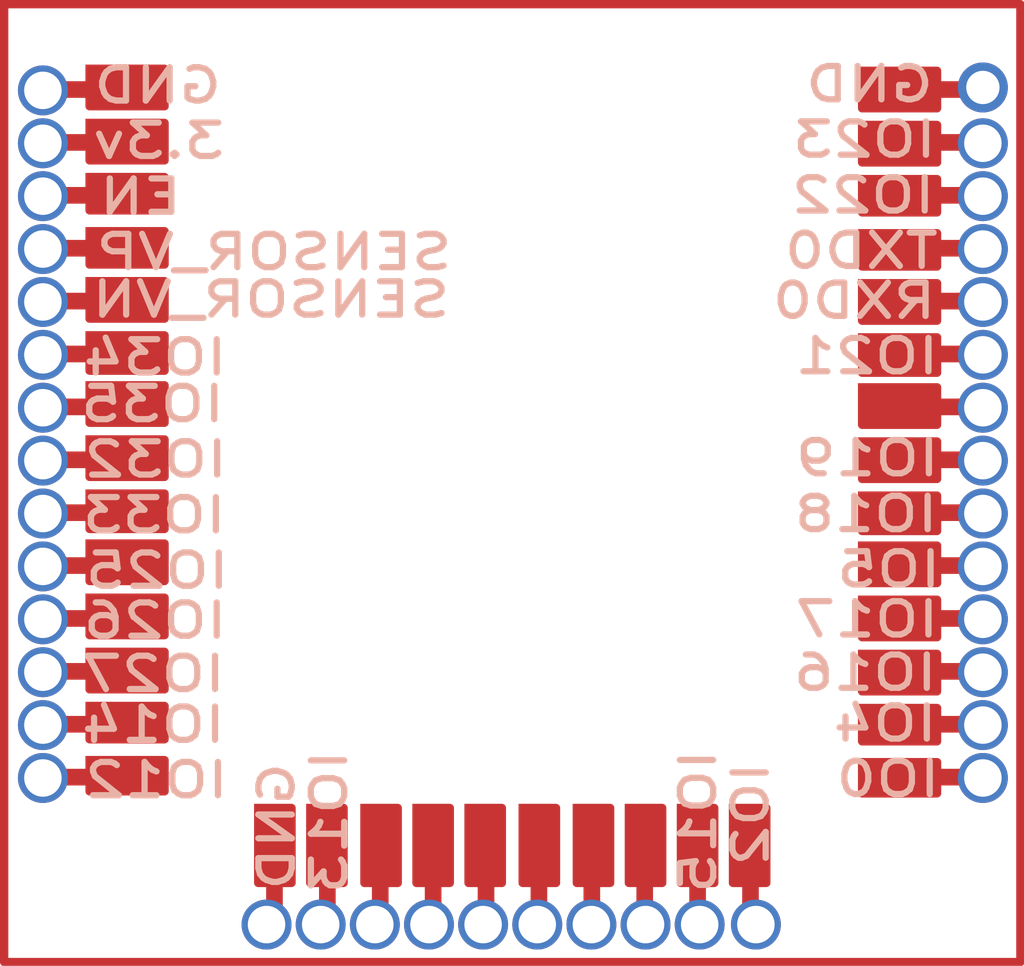
<source format=kicad_pcb>
(kicad_pcb (version 20221018) (generator pcbnew)

  (general
    (thickness 1.6)
  )

  (paper "A4")
  (layers
    (0 "F.Cu" signal)
    (31 "B.Cu" signal)
    (32 "B.Adhes" user "B.Adhesive")
    (33 "F.Adhes" user "F.Adhesive")
    (34 "B.Paste" user)
    (35 "F.Paste" user)
    (36 "B.SilkS" user "B.Silkscreen")
    (37 "F.SilkS" user "F.Silkscreen")
    (38 "B.Mask" user)
    (39 "F.Mask" user)
    (40 "Dwgs.User" user "User.Drawings")
    (41 "Cmts.User" user "User.Comments")
    (42 "Eco1.User" user "User.Eco1")
    (43 "Eco2.User" user "User.Eco2")
    (44 "Edge.Cuts" user)
    (45 "Margin" user)
    (46 "B.CrtYd" user "B.Courtyard")
    (47 "F.CrtYd" user "F.Courtyard")
    (48 "B.Fab" user)
    (49 "F.Fab" user)
    (50 "User.1" user)
    (51 "User.2" user)
    (52 "User.3" user)
    (53 "User.4" user)
    (54 "User.5" user)
    (55 "User.6" user)
    (56 "User.7" user)
    (57 "User.8" user)
    (58 "User.9" user)
  )

  (setup
    (pad_to_mask_clearance 0)
    (grid_origin 49.53 53.34)
    (pcbplotparams
      (layerselection 0x00010fc_ffffffff)
      (plot_on_all_layers_selection 0x0000000_00000000)
      (disableapertmacros false)
      (usegerberextensions false)
      (usegerberattributes true)
      (usegerberadvancedattributes true)
      (creategerberjobfile true)
      (dashed_line_dash_ratio 12.000000)
      (dashed_line_gap_ratio 3.000000)
      (svgprecision 4)
      (plotframeref false)
      (viasonmask false)
      (mode 1)
      (useauxorigin false)
      (hpglpennumber 1)
      (hpglpenspeed 20)
      (hpglpendiameter 15.000000)
      (dxfpolygonmode true)
      (dxfimperialunits true)
      (dxfusepcbnewfont true)
      (psnegative false)
      (psa4output false)
      (plotreference true)
      (plotvalue true)
      (plotinvisibletext false)
      (sketchpadsonfab false)
      (subtractmaskfromsilk false)
      (outputformat 1)
      (mirror false)
      (drillshape 1)
      (scaleselection 1)
      (outputdirectory "")
    )
  )

  (net 0 "")

  (gr_rect (start 50.651 59.151) (end 52.451 60.051)
    (stroke (width 0.2) (type solid)) (fill solid) (layer "F.Cu") (tstamp 110e8cc2-1745-4e46-bfd8-5424933b0665))
  (gr_rect (start 50.651 62.951) (end 52.451 63.851)
    (stroke (width 0.2) (type solid)) (fill solid) (layer "F.Cu") (tstamp 171c5fa8-8ccc-40c3-9410-7636c121f384))
  (gr_rect (start 59.75 69.3) (end 60.55 71.1)
    (stroke (width 0.2) (type solid)) (fill solid) (layer "F.Cu") (tstamp 1ba8b18a-9226-49fe-bd83-c571607171e7))
  (gr_rect (start 50.651 61.751) (end 52.451 62.601)
    (stroke (width 0.2) (type solid)) (fill solid) (layer "F.Cu") (tstamp 1d8e4930-2d44-4c70-b28c-9b95a96884d7))
  (gr_rect (start 69.2 65.6) (end 71 66.5)
    (stroke (width 0.2) (type solid)) (fill solid) (layer "F.Cu") (tstamp 1e26b9ac-b47e-4023-80dd-ae7b5cb763ca))
  (gr_rect (start 69.2 63) (end 71 63.9)
    (stroke (width 0.2) (type solid)) (fill solid) (layer "F.Cu") (tstamp 23d6452b-d4ec-4a90-b841-e0b095b5961f))
  (gr_rect (start 58.5 69.3) (end 59.3 71.1)
    (stroke (width 0.2) (type solid)) (fill solid) (layer "F.Cu") (tstamp 29bc9bf0-636f-4564-8613-9aa02fe32aec))
  (gr_rect (start 62.35 69.3) (end 63.15 71.1)
    (stroke (width 0.2) (type solid)) (fill solid) (layer "F.Cu") (tstamp 29c55820-c938-4f49-ac40-823b013b2c22))
  (gr_rect (start 69.2 68.2) (end 71 68.95)
    (stroke (width 0.2) (type solid)) (fill solid) (layer "F.Cu") (tstamp 3824b68c-6b2d-497a-a3e5-dacc298f0375))
  (gr_rect (start 48.6 50) (end 73 73)
    (stroke (width 0.2) (type default)) (fill none) (layer "F.Cu") (tstamp 469fe49a-051e-41b2-95a6-d622c0d7ed4b))
  (gr_rect (start 50.651 60.451) (end 52.451 61.351)
    (stroke (width 0.2) (type solid)) (fill solid) (layer "F.Cu") (tstamp 4a7e4769-4181-4c2c-8fea-911fe5c4aa82))
  (gr_rect (start 69.2 60.5) (end 71 61.4)
    (stroke (width 0.2) (type solid)) (fill solid) (layer "F.Cu") (tstamp 4d63d0d5-4ec9-4641-a556-a2b8615733e3))
  (gr_rect (start 50.651 52.851) (end 52.451 53.751)
    (stroke (width 0.2) (type solid)) (fill solid) (layer "F.Cu") (tstamp 4f0e1287-fda8-443d-bacd-70b8aa6cb3ba))
  (gr_rect (start 61.05 69.3) (end 61.85 71.1)
    (stroke (width 0.2) (type solid)) (fill solid) (layer "F.Cu") (tstamp 4f7f3271-94b9-49b6-b498-72d0534dd246))
  (gr_rect (start 64.85 69.3) (end 65.65 71.1)
    (stroke (width 0.2) (type solid)) (fill solid) (layer "F.Cu") (tstamp 51ca15db-2445-4c6b-93a2-75f0bc1a1d54))
  (gr_rect (start 57.25 69.3) (end 58.05 71.1)
    (stroke (width 0.2) (type solid)) (fill solid) (layer "F.Cu") (tstamp 560fe128-388d-4bf7-a3ce-fe65a98a1695))
  (gr_rect (start 69.2 56.7) (end 71 57.6)
    (stroke (width 0.2) (type solid)) (fill solid) (layer "F.Cu") (tstamp 5a60b9d2-0dd9-41af-8626-0a629f6c6c4f))
  (gr_rect (start 54.7 69.3) (end 55.5 71.1)
    (stroke (width 0.2) (type solid)) (fill solid) (layer "F.Cu") (tstamp 5d4bcd27-68c7-4cec-9112-1cc36ce8c8da))
  (gr_rect (start 50.651 51.551) (end 52.451 52.451)
    (stroke (width 0.2) (type solid)) (fill solid) (layer "F.Cu") (tstamp 5e484a0a-9f27-4e1a-938e-d1ccbfdc48d2))
  (gr_rect (start 69.2 64.3) (end 71 65.2)
    (stroke (width 0.2) (type solid)) (fill solid) (layer "F.Cu") (tstamp 7283b419-a31a-439b-8e59-7cc2dcd5fc8c))
  (gr_rect (start 69.2 58) (end 71 58.85)
    (stroke (width 0.2) (type solid)) (fill solid) (layer "F.Cu") (tstamp 7f7d75f5-3ae2-4a4c-8027-06290de4d21b))
  (gr_rect (start 69.2 54.2) (end 71 55)
    (stroke (width 0.2) (type solid)) (fill solid) (layer "F.Cu") (tstamp 8fdb1872-16fe-4574-9c0d-96af2e6e7ff4))
  (gr_rect (start 50.651 57.951) (end 52.451 58.801)
    (stroke (width 0.2) (type solid)) (fill solid) (layer "F.Cu") (tstamp a2c51697-0903-4b1d-bed1-f70408d405c7))
  (gr_rect (start 69.2 61.8) (end 71 62.65)
    (stroke (width 0.2) (type solid)) (fill solid) (layer "F.Cu") (tstamp a37ba420-3e1f-4f20-a3a2-876bd2061e97))
  (gr_rect (start 50.651 66.851) (end 52.451 67.651)
    (stroke (width 0.2) (type solid)) (fill solid) (layer "F.Cu") (tstamp a3ebea95-88b9-4e59-81f4-5827c9cca365))
  (gr_rect (start 50.651 65.551) (end 52.451 66.451)
    (stroke (width 0.2) (type solid)) (fill solid) (layer "F.Cu") (tstamp ac654f4f-ee5d-401b-b396-0eaec72dadb1))
  (gr_rect (start 69.2 51.6) (end 71 52.5)
    (stroke (width 0.2) (type solid)) (fill solid) (layer "F.Cu") (tstamp c0bff345-9222-419d-9efd-f0f2e1793dcd))
  (gr_rect (start 69.2 59.2) (end 71 60.1)
    (stroke (width 0.2) (type solid)) (fill solid) (layer "F.Cu") (tstamp c112f804-9b5a-4772-a0da-f58575db56dd))
  (gr_rect (start 69.2 55.5) (end 71 56.3)
    (stroke (width 0.2) (type solid)) (fill solid) (layer "F.Cu") (tstamp c29df768-4a3e-4127-8ab4-b490cb80248a))
  (gr_rect (start 63.6 69.3) (end 64.4 71.1)
    (stroke (width 0.2) (type solid)) (fill solid) (layer "F.Cu") (tstamp c543bead-d989-48cb-8553-5e5d2a36cae2))
  (gr_rect (start 55.95 69.3) (end 56.75 71.1)
    (stroke (width 0.2) (type solid)) (fill solid) (layer "F.Cu") (tstamp ca816be8-d38c-450b-ae19-ca3560e3ae70))
  (gr_rect (start 69.2 52.9) (end 71 53.8)
    (stroke (width 0.2) (type solid)) (fill solid) (layer "F.Cu") (tstamp ce5432a2-8f43-47c7-8f59-a6b585f81d15))
  (gr_rect (start 50.651 64.251) (end 52.451 65.151)
    (stroke (width 0.2) (type solid)) (fill solid) (layer "F.Cu") (tstamp d6d927fa-b275-4d61-8302-fe7ee3137159))
  (gr_rect (start 50.651 68.151) (end 52.451 68.901)
    (stroke (width 0.2) (type solid)) (fill solid) (layer "F.Cu") (tstamp d707fe65-423f-482f-9b3c-55cbe3a28bda))
  (gr_rect (start 66.1 69.3) (end 66.9 71.1)
    (stroke (width 0.2) (type solid)) (fill solid) (layer "F.Cu") (tstamp df1d9be0-8170-4645-b7d2-4ac7c7b6f374))
  (gr_rect (start 69.2 66.9) (end 71 67.7)
    (stroke (width 0.2) (type solid)) (fill solid) (layer "F.Cu") (tstamp df70bd37-fdcc-4cf4-b796-58ab3adf9171))
  (gr_rect (start 50.651 54.151) (end 52.451 54.951)
    (stroke (width 0.2) (type solid)) (fill solid) (layer "F.Cu") (tstamp e07f2e96-3c52-48fb-a836-f24e515e9e0a))
  (gr_rect (start 50.651 55.451) (end 52.451 56.251)
    (stroke (width 0.2) (type solid)) (fill solid) (layer "F.Cu") (tstamp f20e6b31-b876-4b03-8261-ef376aaf522f))
  (gr_rect (start 50.651 56.651) (end 52.451 57.551)
    (stroke (width 0.2) (type solid)) (fill solid) (layer "F.Cu") (tstamp f99b599f-8baa-445b-bfe3-3a1e3371d6cf))
  (gr_circle (center 62.72 72.11) (end 62.12 72.11)
    (stroke (width 0.15) (type solid)) (fill solid) (layer "B.Mask") (tstamp 02f75ef9-b781-4b1a-978f-69e8127cda7e))
  (gr_circle (center 56.22 72.11) (end 55.62 72.11)
    (stroke (width 0.15) (type solid)) (fill solid) (layer "B.Mask") (tstamp 0b2c1fe8-a049-455f-becd-4b62360a0b1c))
  (gr_circle (center 72.1 67.35) (end 71.5 67.35)
    (stroke (width 0.15) (type solid)) (fill solid) (layer "B.Mask") (tstamp 1ae03947-bcd5-449e-afb7-b9d2098ba8b2))
  (gr_circle (center 72.1 53.35) (end 71.5 53.35)
    (stroke (width 0.15) (type solid)) (fill solid) (layer "B.Mask") (tstamp 1b0c7e8b-6969-46c8-a50c-0743e451de56))
  (gr_circle (center 72.1 52) (end 71.5 52)
    (stroke (width 0.15) (type solid)) (fill solid) (layer "B.Mask") (tstamp 21efa89b-c930-4298-a01f-990a3a2333ba))
  (gr_circle (center 49.54 53.33) (end 48.94 53.33)
    (stroke (width 0.15) (type solid)) (fill solid) (layer "B.Mask") (tstamp 2645614a-ef5e-4208-a6f0-a30ce573a4a1))
  (gr_circle (center 49.54 63.53) (end 48.94 63.53)
    (stroke (width 0.15) (type solid)) (fill solid) (layer "B.Mask") (tstamp 2bff6566-0fe5-44de-b06b-f53ddac10d36))
  (gr_circle (center 49.54 67.33) (end 48.94 67.33)
    (stroke (width 0.15) (type solid)) (fill solid) (layer "B.Mask") (tstamp 33efbc29-3e2c-485d-a2c1-477f97aa39f3))
  (gr_circle (center 49.54 59.68) (end 48.94 59.68)
    (stroke (width 0.15) (type solid)) (fill solid) (layer "B.Mask") (tstamp 3f32e368-f910-4ddb-b0f7-7c9a478e0412))
  (gr_circle (center 65.32 72.11) (end 64.72 72.11)
    (stroke (width 0.15) (type solid)) (fill solid) (layer "B.Mask") (tstamp 51285799-ff1b-4734-8694-fc6e27539cba))
  (gr_circle (center 64.02 72.11) (end 63.42 72.11)
    (stroke (width 0.15) (type solid)) (fill solid) (layer "B.Mask") (tstamp 5309462b-37ec-4259-bdf1-d13b15d77355))
  (gr_circle (center 49.54 55.88) (end 48.94 55.88)
    (stroke (width 0.15) (type solid)) (fill solid) (layer "B.Mask") (tstamp 55ed8f49-98a5-45db-917b-7ded8e0214f1))
  (gr_circle (center 49.54 58.43) (end 48.94 58.43)
    (stroke (width 0.15) (type solid)) (fill solid) (layer "B.Mask") (tstamp 586d5759-d872-4ef8-a750-9d1b842b0e47))
  (gr_circle (center 72.1 62.25) (end 71.5 62.25)
    (stroke (width 0.15) (type solid)) (fill solid) (layer "B.Mask") (tstamp 5d35b441-a209-42fa-9727-d5c4249cfd41))
  (gr_circle (center 49.54 57.13) (end 48.94 57.13)
    (stroke (width 0.15) (type solid)) (fill solid) (layer "B.Mask") (tstamp 641f9d7d-75d5-4dc9-beb5-ed704673c78d))
  (gr_circle (center 49.54 64.78) (end 48.94 64.78)
    (stroke (width 0.15) (type solid)) (fill solid) (layer "B.Mask") (tstamp 6f0c9927-9c7b-4de3-9aad-af5fbea1af07))
  (gr_circle (center 49.54 66.03) (end 48.94 66.03)
    (stroke (width 0.15) (type solid)) (fill solid) (layer "B.Mask") (tstamp 72df4cdb-71cb-4977-9cd2-dc146648671a))
  (gr_circle (center 58.82 72.11) (end 58.22 72.11)
    (stroke (width 0.15) (type solid)) (fill solid) (layer "B.Mask") (tstamp 7325f240-67fa-4b0d-9418-28bd5666f341))
  (gr_circle (center 49.54 51.98) (end 48.94 51.98)
    (stroke (width 0.15) (type solid)) (fill solid) (layer "B.Mask") (tstamp 94dff913-f614-46ab-a1d4-fe8770c0b18c))
  (gr_circle (center 49.54 54.63) (end 48.94 54.63)
    (stroke (width 0.15) (type solid)) (fill solid) (layer "B.Mask") (tstamp 96ddf455-1ae7-443f-9c85-dd6cbad20d4a))
  (gr_circle (center 72.1 63.55) (end 71.5 63.55)
    (stroke (width 0.15) (type solid)) (fill solid) (layer "B.Mask") (tstamp a419602d-7639-4844-942b-41207d9536ed))
  (gr_circle (center 72.1 61) (end 71.5 61)
    (stroke (width 0.15) (type solid)) (fill solid) (layer "B.Mask") (tstamp a8d4680a-5ddf-4c8f-a477-67f18bcd94ea))
  (gr_circle (center 72.1 54.65) (end 71.5 54.65)
    (stroke (width 0.15) (type solid)) (fill solid) (layer "B.Mask") (tstamp aa5d3d45-bf79-448f-b820-2c4c6669a7a7))
  (gr_circle (center 49.54 62.23) (end 48.94 62.23)
    (stroke (width 0.15) (type solid)) (fill solid) (layer "B.Mask") (tstamp ae648b8b-8869-4ce5-9426-bdb112c388b4))
  (gr_circle (center 57.52 72.11) (end 56.92 72.11)
    (stroke (width 0.15) (type solid)) (fill solid) (layer "B.Mask") (tstamp b4b51839-c7e6-49eb-8c64-07a7cc80408b))
  (gr_circle (center 72.1 59.7) (end 71.5 59.7)
    (stroke (width 0.15) (type solid)) (fill solid) (layer "B.Mask") (tstamp b5ae30a6-7f13-4532-8e0b-3f9c291fc8de))
  (gr_circle (center 72.1 66.05) (end 71.5 66.05)
    (stroke (width 0.15) (type solid)) (fill solid) (layer "B.Mask") (tstamp b5b40deb-b457-47ec-af7c-bfa14eef1524))
  (gr_circle (center 61.42 72.11) (end 60.82 72.11)
    (stroke (width 0.15) (type solid)) (fill solid) (layer "B.Mask") (tstamp c1b6aee2-4cc5-40bb-a888-5b067902b679))
  (gr_circle (center 72.1 55.9) (end 71.5 55.9)
    (stroke (width 0.15) (type solid)) (fill solid) (layer "B.Mask") (tstamp cd1c03d3-a1dd-4438-a67d-0921327f6fae))
  (gr_circle (center 66.65 72.11) (end 66.05 72.11)
    (stroke (width 0.15) (type solid)) (fill solid) (layer "B.Mask") (tstamp cef5f7f4-a05b-4e9e-b9b2-2c8999067b8a))
  (gr_circle (center 49.54 68.58) (end 48.94 68.58)
    (stroke (width 0.15) (type solid)) (fill solid) (layer "B.Mask") (tstamp d548189d-8ef5-4ade-aae4-ae0d22176629))
  (gr_circle (center 72.1 57.15) (end 71.5 57.15)
    (stroke (width 0.15) (type solid)) (fill solid) (layer "B.Mask") (tstamp db5a0c36-fdfc-4b5a-b6ed-ea399af1e5f2))
  (gr_circle (center 72.1 58.45) (end 71.5 58.45)
    (stroke (width 0.15) (type solid)) (fill solid) (layer "B.Mask") (tstamp de5a5d1e-77d1-4517-a982-a10c56ad6e2a))
  (gr_circle (center 72.1 68.6) (end 71.5 68.6)
    (stroke (width 0.15) (type solid)) (fill solid) (layer "B.Mask") (tstamp e4f83571-d49f-4908-b6ed-522469ca795b))
  (gr_circle (center 72.1 64.8) (end 71.5 64.8)
    (stroke (width 0.15) (type solid)) (fill solid) (layer "B.Mask") (tstamp e88ccd36-74cf-452a-9c24-90bcc8ccd95d))
  (gr_circle (center 60.12 72.11) (end 59.52 72.11)
    (stroke (width 0.15) (type solid)) (fill solid) (layer "B.Mask") (tstamp ed209c41-4abc-4fca-8f48-5bb2f179bcaa))
  (gr_circle (center 54.9 72.11) (end 54.3 72.11)
    (stroke (width 0.15) (type solid)) (fill solid) (layer "B.Mask") (tstamp f339be7e-c7ec-4260-8b5c-cdc427aee7c2))
  (gr_circle (center 49.54 60.98) (end 48.94 60.98)
    (stroke (width 0.15) (type solid)) (fill solid) (layer "B.Mask") (tstamp f4da9181-d414-4f6c-9248-d66a8b54b391))
  (gr_rect (start 50.52 66.75) (end 51.62 67.7)
    (stroke (width 0.15) (type solid)) (fill solid) (layer "F.Mask") (tstamp 03d9eadc-183a-4de1-8575-1f9ac475fe8a))
  (gr_rect (start 70 59.19) (end 71.1 60.14)
    (stroke (width 0.15) (type solid)) (fill solid) (layer "F.Mask") (tstamp 0422f75c-f462-49c4-a4c0-10303a325c9b))
  (gr_circle (center 49.54 67.33) (end 50.14 67.33)
    (stroke (width 0.15) (type solid)) (fill solid) (layer "F.Mask") (tstamp 0aefa9d7-e333-4a1b-b4ee-9a8d0c15ab00))
  (gr_circle (center 49.54 54.63) (end 50.14 54.63)
    (stroke (width 0.15) (type solid)) (fill solid) (layer "F.Mask") (tstamp 0d744218-1dd2-4f44-85cf-12fb11b4f3c6))
  (gr_rect (start 70 64.28) (end 71.1 65.23)
    (stroke (width 0.15) (type solid)) (fill solid) (layer "F.Mask") (tstamp 0e31e026-7e3d-4af6-9648-2963e03cc459))
  (gr_circle (center 72.1 52) (end 72.7 52)
    (stroke (width 0.15) (type solid)) (fill solid) (layer "F.Mask") (tstamp 0ea4ed8c-f902-4c06-a721-77bcd3f633e6))
  (gr_circle (center 49.54 66.03) (end 50.14 66.03)
    (stroke (width 0.15) (type solid)) (fill solid) (layer "F.Mask") (tstamp 12ba6b63-f44b-4bb8-a9c0-49b731460534))
  (gr_circle (center 49.54 68.58) (end 50.14 68.58)
    (stroke (width 0.15) (type solid)) (fill solid) (layer "F.Mask") (tstamp 13052406-32d8-4285-ae4b-40624baef8e2))
  (gr_circle (center 72.1 58.45) (end 72.7 58.45)
    (stroke (width 0.15) (type solid)) (fill solid) (layer "F.Mask") (tstamp 146b49ac-f3bb-496d-b739-ea03ea67bd38))
  (gr_rect (start 50.52 68.02) (end 51.62 68.97)
    (stroke (width 0.15) (type solid)) (fill solid) (layer "F.Mask") (tstamp 1b8390db-5cb4-477d-931f-d51599230c2c))
  (gr_rect (start 50.52 64.2) (end 51.62 65.15)
    (stroke (width 0.15) (type solid)) (fill solid) (layer "F.Mask") (tstamp 1cdf0030-bc33-4995-a3ca-1e6b5257f94d))
  (gr_circle (center 72.1 57.15) (end 72.7 57.15)
    (stroke (width 0.15) (type solid)) (fill solid) (layer "F.Mask") (tstamp 1e3b6231-3062-4804-a479-c104016f6ec3))
  (gr_circle (center 72.1 68.6) (end 72.7 68.6)
    (stroke (width 0.15) (type solid)) (fill solid) (layer "F.Mask") (tstamp 28d93ecb-f7dc-4288-8560-5b2a89fad350))
  (gr_circle (center 72.1 59.7) (end 72.7 59.7)
    (stroke (width 0.15) (type solid)) (fill solid) (layer "F.Mask") (tstamp 28e7e7fb-3a27-47fa-956a-3be07593f44b))
  (gr_circle (center 49.54 60.98) (end 50.14 60.98)
    (stroke (width 0.15) (type solid)) (fill solid) (layer "F.Mask") (tstamp 2c0288c2-faa2-4cea-93ff-328dce9e9d88))
  (gr_circle (center 49.54 64.78) (end 50.14 64.78)
    (stroke (width 0.15) (type solid)) (fill solid) (layer "F.Mask") (tstamp 2db2f9a1-058c-4c95-8d0d-d5be36c381ac))
  (gr_circle (center 54.9 72.11) (end 55.5 72.11)
    (stroke (width 0.15) (type solid)) (fill solid) (layer "F.Mask") (tstamp 30a68d03-832d-40f7-b6c4-d5d171fc309b))
  (gr_circle (center 72.1 55.9) (end 72.7 55.9)
    (stroke (width 0.15) (type solid)) (fill solid) (layer "F.Mask") (tstamp 319c6f12-2357-4883-a5a0-7b97d2ebdaaa))
  (gr_circle (center 49.54 62.23) (end 50.14 62.23)
    (stroke (width 0.15) (type solid)) (fill solid) (layer "F.Mask") (tstamp 31daebaf-6913-49e9-b5b4-c67c3a7109cc))
  (gr_rect (start 50.52 56.59) (end 51.62 57.54)
    (stroke (width 0.15) (type solid)) (fill solid) (layer "F.Mask") (tstamp 32563f53-2626-418e-90a0-0e4417609c22))
  (gr_circle (center 72.1 66.05) (end 72.7 66.05)
    (stroke (width 0.15) (type solid)) (fill solid) (layer "F.Mask") (tstamp 34112780-5ad4-489b-8bcc-29c3304e0a8d))
  (gr_circle (center 72.1 62.25) (end 72.7 62.25)
    (stroke (width 0.15) (type solid)) (fill solid) (layer "F.Mask") (tstamp 34d20248-2f87-4bbf-9505-d31be91f284a))
  (gr_rect (start 50.52 52.8) (end 51.62 53.75)
    (stroke (width 0.15) (type solid)) (fill solid) (layer "F.Mask") (tstamp 358d0b6e-760f-4690-bced-6a733365deb9))
  (gr_circle (center 72.1 61) (end 72.7 61)
    (stroke (width 0.15) (type solid)) (fill solid) (layer "F.Mask") (tstamp 3a5f8731-916e-4f1b-8497-999834a70d23))
  (gr_rect (start 70 56.67) (end 71.1 57.62)
    (stroke (width 0.15) (type solid)) (fill solid) (layer "F.Mask") (tstamp 3c0e94ae-2ba7-4d20-8cd5-ef0d634ec25e))
  (gr_rect (start 70 51.58) (end 71.1 52.53)
    (stroke (width 0.15) (type solid)) (fill solid) (layer "F.Mask") (tstamp 405983f9-5c45-4da1-a937-21011b9029a6))
  (gr_rect (start 70 52.88) (end 71.1 53.83)
    (stroke (width 0.15) (type solid)) (fill solid) (layer "F.Mask") (tstamp 405b5d0e-7a87-487c-81de-009d18126ca5))
  (gr_rect (start 70 61.76) (end 71.1 62.71)
    (stroke (width 0.15) (type solid)) (fill solid) (layer "F.Mask") (tstamp 4497528a-12ea-408f-bb9f-53f23e5341f5))
  (gr_circle (center 72.1 61) (end 72.7 61)
    (stroke (width 0.15) (type solid)) (fill solid) (layer "F.Mask") (tstamp 4ac6a898-50d6-4120-90ab-b1f33a50b539))
  (gr_rect (start 57.2 70.1) (end 58.1 71.2)
    (stroke (width 0.15) (type solid)) (fill solid) (layer "F.Mask") (tstamp 53e7e7bd-942f-4e2e-b517-b610dacf7af3))
  (gr_rect (start 50.52 57.87) (end 51.62 58.82)
    (stroke (width 0.15) (type solid)) (fill solid) (layer "F.Mask") (tstamp 56e9f9df-2b51-4cae-b1f3-709f272cb55d))
  (gr_circle (center 66.7 72.11) (end 67.3 72.11)
    (stroke (width 0.15) (type solid)) (fill solid) (layer "F.Mask") (tstamp 5a57433b-3c90-4668-9116-aca01898c55f))
  (gr_rect (start 50.52 60.38) (end 51.62 61.33)
    (stroke (width 0.15) (type solid)) (fill solid) (layer "F.Mask") (tstamp 5d53aef3-3210-4332-b6a7-bc2b073e1faa))
  (gr_circle (center 72.1 63.55) (end 72.7 63.55)
    (stroke (width 0.15) (type solid)) (fill solid) (layer "F.Mask") (tstamp 5e848b0c-4e02-4b05-8295-4136f8dc6497))
  (gr_rect (start 59.7 70.1) (end 60.6 71.2)
    (stroke (width 0.15) (type solid)) (fill solid) (layer "F.Mask") (tstamp 62843113-6e9b-4f82-8aa1-8c3327eb1672))
  (gr_circle (center 56.2 72.11) (end 56.8 72.11)
    (stroke (width 0.15) (type solid)) (fill solid) (layer "F.Mask") (tstamp 63bab7eb-04a8-4a7d-bd02-0c42ee60a689))
  (gr_rect (start 50.52 65.5) (end 51.62 66.45)
    (stroke (width 0.15) (type solid)) (fill solid) (layer "F.Mask") (tstamp 658a716c-ca8a-4e3f-8aac-a7334387cc44))
  (gr_circle (center 49.54 51.98) (end 50.14 51.98)
    (stroke (width 0.15) (type solid)) (fill solid) (layer "F.Mask") (tstamp 74b02369-58c3-4676-9f5a-ccd7b3793402))
  (gr_circle (center 62.7 72.11) (end 63.3 72.11)
    (stroke (width 0.15) (type solid)) (fill solid) (layer "F.Mask") (tstamp 7695a3f0-1bac-45de-965f-4acc20788d75))
  (gr_circle (center 49.54 63.53) (end 50.14 63.53)
    (stroke (width 0.15) (type solid)) (fill solid) (layer "F.Mask") (tstamp 77026a15-89d5-4784-83fb-93dd52fbfe4e))
  (gr_rect (start 55.9 70.1) (end 56.8 71.2)
    (stroke (width 0.15) (type solid)) (fill solid) (layer "F.Mask") (tstamp 77d4b79e-2481-4259-8007-dd54780f1358))
  (gr_circle (center 72.1 53.35) (end 72.7 53.35)
    (stroke (width 0.15) (type solid)) (fill solid) (layer "F.Mask") (tstamp 7f7a326d-a27c-47e9-ae20-317a918fd413))
  (gr_rect (start 63.54 70.1) (end 64.44 71.2)
    (stroke (width 0.15) (type solid)) (fill solid) (layer "F.Mask") (tstamp 81659508-296b-4112-84e2-e106e4c63013))
  (gr_circle (center 72.1 64.8) (end 72.7 64.8)
    (stroke (width 0.15) (type solid)) (fill solid) (layer "F.Mask") (tstamp 8dc72e02-a203-43e6-a6b3-28715f7309a6))
  (gr_circle (center 72.1 59.7) (end 72.7 59.7)
    (stroke (width 0.15) (type solid)) (fill solid) (layer "F.Mask") (tstamp 8e16ad24-9ce5-4042-b6ab-b6ecf8ced1a7))
  (gr_circle (center 72.1 52) (end 72.7 52)
    (stroke (width 0.15) (type solid)) (fill solid) (layer "F.Mask") (tstamp 93a4f583-ee00-4b89-a421-98c683091006))
  (gr_rect (start 50.52 62.9) (end 51.62 63.85)
    (stroke (width 0.15) (type solid)) (fill solid) (layer "F.Mask") (tstamp 940ec75e-2ef0-421c-8dd0-f43925e58449))
  (gr_circle (center 72.1 66.05) (end 72.7 66.05)
    (stroke (width 0.15) (type solid)) (fill solid) (layer "F.Mask") (tstamp 972e007f-cc81-4fa7-bad7-62a6d11dc6b2))
  (gr_circle (center 61.4 72.11) (end 62 72.11)
    (stroke (width 0.15) (type solid)) (fill solid) (layer "F.Mask") (tstamp 9a02787a-24b5-4329-80eb-fc9a440e59e7))
  (gr_rect (start 61 70.1) (end 61.9 71.2)
    (stroke (width 0.15) (type solid)) (fill solid) (layer "F.Mask") (tstamp 9da266ac-6e07-4850-b9a2-8491f569ede0))
  (gr_rect (start 66.05 70.1) (end 66.95 71.2)
    (stroke (width 0.15) (type solid)) (fill solid) (layer "F.Mask") (tstamp a1c6eb5f-dbef-4e41-827d-5a99ea84177f))
  (gr_circle (center 72.1 67.35) (end 72.7 67.35)
    (stroke (width 0.15) (type solid)) (fill solid) (layer "F.Mask") (tstamp a28c344e-b190-45dd-bd88-e6903ab86971))
  (gr_circle (center 57.5 72.11) (end 58.1 72.11)
    (stroke (width 0.15) (type solid)) (fill solid) (layer "F.Mask") (tstamp a353070b-da51-4447-81c8-0abb038608c8))
  (gr_circle (center 72.1 53.35) (end 72.7 53.35)
    (stroke (width 0.15) (type solid)) (fill solid) (layer "F.Mask") (tstamp a37eff90-26b6-488d-b2d3-379ca563f42f))
  (gr_rect (start 70 57.95) (end 71.1 58.9)
    (stroke (width 0.15) (type solid)) (fill solid) (layer "F.Mask") (tstamp a54a821f-6221-4a88-93ba-cdb6a0249916))
  (gr_rect (start 70 68.1) (end 71.1 69.05)
    (stroke (width 0.15) (type solid)) (fill solid) (layer "F.Mask") (tstamp a5eda8d6-4ec5-4d8b-ae46-c3ed366812ba))
  (gr_rect (start 50.52 51.5) (end 51.62 52.45)
    (stroke (width 0.15) (type solid)) (fill solid) (layer "F.Mask") (tstamp a730fac0-daab-46d8-9e9b-7e89b93fee0f))
  (gr_circle (center 72.1 64.8) (end 72.7 64.8)
    (stroke (width 0.15) (type solid)) (fill solid) (layer "F.Mask") (tstamp a969032d-82d4-4971-934f-147bb8c8525c))
  (gr_rect (start 70 66.83) (end 71.1 67.78)
    (stroke (width 0.15) (type solid)) (fill solid) (layer "F.Mask") (tstamp ac25ef3b-6344-465d-b7f4-0ae60f19d364))
  (gr_circle (center 72.1 67.35) (end 72.7 67.35)
    (stroke (width 0.15) (type solid)) (fill solid) (layer "F.Mask") (tstamp ae6dcae2-e61d-4e42-9f46-e2de403a6f54))
  (gr_circle (center 72.1 54.65) (end 72.7 54.65)
    (stroke (width 0.15) (type solid)) (fill solid) (layer "F.Mask") (tstamp b2fa8d8c-08e7-46a9-861d-e40a5f053fb5))
  (gr_rect (start 70 60.46) (end 71.1 61.41)
    (stroke (width 0.15) (type solid)) (fill solid) (layer "F.Mask") (tstamp b49afaaa-a08a-491f-92d9-395d6d91c76e))
  (gr_circle (center 49.54 57.13) (end 50.14 57.13)
    (stroke (width 0.15) (type solid)) (fill solid) (layer "F.Mask") (tstamp b7f3d604-1b02-4ba8-a48b-544e3a9d31ac))
  (gr_circle (center 72.1 62.25) (end 72.7 62.25)
    (stroke (width 0.15) (type solid)) (fill solid) (layer "F.Mask") (tstamp b9944281-1282-48c6-957a-43d38341570f))
  (gr_circle (center 49.54 59.68) (end 50.14 59.68)
    (stroke (width 0.15) (type solid)) (fill solid) (layer "F.Mask") (tstamp ba255d6f-6443-4c19-a1a0-182a4accd948))
  (gr_rect (start 58.45 70.1) (end 59.35 71.2)
    (stroke (width 0.15) (type solid)) (fill solid) (layer "F.Mask") (tstamp badc2eb4-9712-42f4-82b0-dfcb5f996a08))
  (gr_rect (start 50.52 61.68) (end 51.62 62.63)
    (stroke (width 0.15) (type solid)) (fill solid) (layer "F.Mask") (tstamp bc07bf51-a494-4872-a290-a8501fca9e92))
  (gr_circle (center 72.1 55.9) (end 72.7 55.9)
    (stroke (width 0.15) (type solid)) (fill solid) (layer "F.Mask") (tstamp bf61a172-af70-4b05-a19d-fde6dc165146))
  (gr_rect (start 70 54.13) (end 71.1 55.08)
    (stroke (width 0.15) (type solid)) (fill solid) (layer "F.Mask") (tstamp c045d37c-9e85-4b5b-891c-1a06d2da189e))
  (gr_rect (start 70 65.58) (end 71.1 66.53)
    (stroke (width 0.15) (type solid)) (fill solid) (layer "F.Mask") (tstamp caba6c1a-0f97-4c40-9166-32ed6c1f95a9))
  (gr_rect (start 70 55.42) (end 71.1 56.37)
    (stroke (width 0.15) (type solid)) (fill solid) (layer "F.Mask") (tstamp cafb80bd-f38a-4639-b63c-d58be2cb75f7))
  (gr_rect (start 50.52 55.34) (end 51.62 56.29)
    (stroke (width 0.15) (type solid)) (fill solid) (layer "F.Mask") (tstamp ce4f934d-db75-4026-9cfc-a094231e266b))
  (gr_circle (center 49.54 58.43) (end 50.14 58.43)
    (stroke (width 0.15) (type solid)) (fill solid) (layer "F.Mask") (tstamp d70d5279-33bb-44ea-a5eb-a9bea739da80))
  (gr_circle (center 58.8 72.11) (end 59.4 72.11)
    (stroke (width 0.15) (type solid)) (fill solid) (layer "F.Mask") (tstamp d8cffc05-0ee7-43e9-b58e-e1384f3aff4c))
  (gr_circle (center 72.1 54.65) (end 72.7 54.65)
    (stroke (width 0.15) (type solid)) (fill solid) (layer "F.Mask") (tstamp d906bcc4-9772-44a1-a94e-e5057269a65f))
  (gr_rect (start 70 62.98) (end 71.1 63.93)
    (stroke (width 0.15) (type solid)) (fill solid) (layer "F.Mask") (tstamp df46e776-3985-4cf3-bdeb-d6157b860ee5))
  (gr_circle (center 72.1 58.45) (end 72.7 58.45)
    (stroke (width 0.15) (type solid)) (fill solid) (layer "F.Mask") (tstamp e0d7728d-288a-434e-93a2-3a58294cfc32))
  (gr_rect (start 50.52 59.11) (end 51.62 60.06)
    (stroke (width 0.15) (type solid)) (fill solid) (layer "F.Mask") (tstamp e15865f7-8c67-4789-bd68-a1a309318369))
  (gr_rect (start 54.65 70.1) (end 55.55 71.2)
    (stroke (width 0.15) (type solid)) (fill solid) (layer "F.Mask") (tstamp e21d221a-6da4-452f-8ee7-0e77adeb3cf9))
  (gr_circle (center 49.54 55.88) (end 50.14 55.88)
    (stroke (width 0.15) (type solid)) (fill solid) (layer "F.Mask") (tstamp e659e833-e214-410b-9f59-f4393d1d9356))
  (gr_circle (center 60.1 72.11) (end 60.7 72.11)
    (stroke (width 0.15) (type solid)) (fill solid) (layer "F.Mask") (tstamp e744e818-68ba-486b-a4cc-0177deb82062))
  (gr_circle (center 72.1 63.55) (end 72.7 63.55)
    (stroke (width 0.15) (type solid)) (fill solid) (layer "F.Mask") (tstamp e963f005-0bf6-42df-93a8-fb84ff53325f))
  (gr_circle (center 49.54 53.33) (end 50.14 53.33)
    (stroke (width 0.15) (type solid)) (fill solid) (layer "F.Mask") (tstamp ea096116-fb0d-4133-800a-b5320ab78532))
  (gr_circle (center 65.3 72.11) (end 65.9 72.11)
    (stroke (width 0.15) (type solid)) (fill solid) (layer "F.Mask") (tstamp ea9e6632-28e0-4253-ae49-b7e99dda5533))
  (gr_rect (start 62.29 70.1) (end 63.19 71.2)
    (stroke (width 0.15) (type solid)) (fill solid) (layer "F.Mask") (tstamp ee6e59f6-6c48-4703-a2fd-a9e3315147a9))
  (gr_circle (center 72.1 68.6) (end 72.7 68.6)
    (stroke (width 0.15) (type solid)) (fill solid) (layer "F.Mask") (tstamp ef1aef18-0fa9-4da6-85d4-62b2105b7403))
  (gr_circle (center 72.1 57.15) (end 72.7 57.15)
    (stroke (width 0.15) (type solid)) (fill solid) (layer "F.Mask") (tstamp f35b3c87-fe63-46bc-b1d7-a75424ea03be))
  (gr_rect (start 50.52 54.05) (end 51.62 55)
    (stroke (width 0.15) (type solid)) (fill solid) (layer "F.Mask") (tstamp f7d9d5b7-af83-4905-9150-9489659bce73))
  (gr_circle (center 64 72.11) (end 64.6 72.11)
    (stroke (width 0.15) (type solid)) (fill solid) (layer "F.Mask") (tstamp fbfd1093-650d-4d5f-bfde-2792eb919eb3))
  (gr_rect (start 64.8 70.1) (end 65.7 71.2)
    (stroke (width 0.15) (type solid)) (fill solid) (layer "F.Mask") (tstamp fca821f7-54eb-46fa-a363-389c39699f3f))
  (gr_text "SENSOR_VN" (at 59.39 57.56) (layer "B.SilkS") (tstamp 00117ed8-e1ec-49e5-888b-cffb31e7046c)
    (effects (font (size 0.8 1) (thickness 0.15)) (justify left bottom mirror))
  )
  (gr_text "IO12" (at 54.07 69.1) (layer "B.SilkS") (tstamp 01aea3cc-38ce-401f-96f0-d3e6358d5270)
    (effects (font (size 0.8 1) (thickness 0.15)) (justify left bottom mirror))
  )
  (gr_text "IO4" (at 71.09 67.74) (layer "B.SilkS") (tstamp 0d055f4b-b4b2-4fdb-8195-89723d041983)
    (effects (font (size 0.8 1) (thickness 0.15)) (justify left bottom mirror))
  )
  (gr_text "RXD0" (at 71.06 57.59) (layer "B.SilkS") (tstamp 10130924-893b-4c42-818f-eec3a20eecf1)
    (effects (font (size 0.8 1) (thickness 0.15)) (justify left bottom mirror))
  )
  (gr_text "IO26" (at 54.04 65.27) (layer "B.SilkS") (tstamp 2011a91d-93ce-4f7c-9d22-26f7c32dd8ab)
    (effects (font (size 0.8 1) (thickness 0.15)) (justify left bottom mirror))
  )
  (gr_text "IO27" (at 54 66.55) (layer "B.SilkS") (tstamp 37574327-814d-4d19-a8f3-62ca2dfea9c1)
    (effects (font (size 0.8 1) (thickness 0.15)) (justify left bottom mirror))
  )
  (gr_text "IO15" (at 65.73 67.81 90) (layer "B.SilkS") (tstamp 38d958d7-9dea-4700-b940-fbd155533a22)
    (effects (font (size 0.8 1) (thickness 0.15)) (justify left bottom mirror))
  )
  (gr_text "3.3v" (at 53.98 53.75) (layer "B.SilkS") (tstamp 504c9173-4ca7-44d0-a7dd-a6489803c380)
    (effects (font (size 0.8 1) (thickness 0.15)) (justify left bottom mirror))
  )
  (gr_text "EN" (at 52.95 55.09) (layer "B.SilkS") (tstamp 53585ff4-c070-4b10-b5db-19d8dd01329a)
    (effects (font (size 0.8 1) (thickness 0.15)) (justify left bottom mirror))
  )
  (gr_text "IO14" (at 54 67.77) (layer "B.SilkS") (tstamp 57f80d2c-bb68-404e-b22d-5b0509a4d371)
    (effects (font (size 0.8 1) (thickness 0.15)) (justify left bottom mirror))
  )
  (gr_text "IO5" (at 71.18 64.04) (layer "B.SilkS") (tstamp 5c06ec8b-2791-4b9a-93f4-e48458bca440)
    (effects (font (size 0.8 1) (thickness 0.15)) (justify left bottom mirror))
  )
  (gr_text "SENSOR_VP" (at 59.44 56.42) (layer "B.SilkS") (tstamp 5fd6c303-c1d8-4229-aeac-edc5d6240992)
    (effects (font (size 0.8 1) (thickness 0.15)) (justify left bottom mirror))
  )
  (gr_text "IO25" (at 54.09 64.07) (layer "B.SilkS") (tstamp 69bbdafc-dde9-4385-bfdc-4044f8dc54c2)
    (effects (font (size 0.8 1) (thickness 0.15)) (justify left bottom mirror))
  )
  (gr_text "IO17" (at 71.13 65.24) (layer "B.SilkS") (tstamp 729f6b84-a537-4576-8215-55e61160f12d)
    (effects (font (size 0.8 1) (thickness 0.15)) (justify left bottom mirror))
  )
  (gr_text "IO0" (at 71.16 69.07) (layer "B.SilkS") (tstamp 791c7fbb-845c-421a-8970-33b0c6ab7f5a)
    (effects (font (size 0.8 1) (thickness 0.15)) (justify left bottom mirror))
  )
  (gr_text "IO21" (at 71.13 58.92) (layer "B.SilkS") (tstamp 79232309-1568-4c10-a544-88b32ab21a93)
    (effects (font (size 0.8 1) (thickness 0.15)) (justify left bottom mirror))
  )
  (gr_text "IO16" (at 71.09 66.52) (layer "B.SilkS") (tstamp b05ad6a7-c075-4e84-98e7-cca3fa811240)
    (effects (font (size 0.8 1) (thickness 0.15)) (justify left bottom mirror))
  )
  (gr_text "IO22" (at 71.04 55.06) (layer "B.SilkS") (tstamp b15b4dc4-8d14-4dd7-a399-7ac87b0f5c8d)
    (effects (font (size 0.8 1) (thickness 0.15)) (justify left bottom mirror))
  )
  (gr_text "GND" (at 55.61 68.12 90) (layer "B.SilkS") (tstamp b1aaa4ea-db89-42fd-bc05-674136a80a74)
    (effects (font (size 0.8 1) (thickness 0.15)) (justify left bottom mirror))
  )
  (gr_text "TXD0" (at 71.11 56.39) (layer "B.SilkS") (tstamp b38dd54d-a585-46c8-b0be-3ee39a5bba74)
    (effects (font (size 0.8 1) (thickness 0.15)) (justify left bottom mirror))
  )
  (gr_text "GND" (at 71 52.39) (layer "B.SilkS") (tstamp bc72fa65-5a22-47ad-83b0-bf230cf701d8)
    (effects (font (size 0.8 1) (thickness 0.15)) (justify left bottom mirror))
  )
  (gr_text "IO2" (at 66.99 68.11 90) (layer "B.SilkS") (tstamp be0c6204-f179-4d6e-9bd5-79dedb0ab8e7)
    (effects (font (size 0.8 1) (thickness 0.15)) (justify left bottom mirror))
  )
  (gr_text "IO32" (at 54.05 61.4) (layer "B.SilkS") (tstamp bfa4ad81-1553-4714-83b7-782d73af197b)
    (effects (font (size 0.8 1) (thickness 0.15)) (justify left bottom mirror))
  )
  (gr_text "IO33" (at 54.02 62.74) (layer "B.SilkS") (tstamp c054e47a-b836-40d0-b701-fa760c1cf2df)
    (effects (font (size 0.8 1) (thickness 0.15)) (justify left bottom mirror))
  )
  (gr_text "IO34" (at 54.04 58.95) (layer "B.SilkS") (tstamp cc61deb2-2926-42ee-82dc-3a3318dd95cb)
    (effects (font (size 0.8 1) (thickness 0.15)) (justify left bottom mirror))
  )
  (gr_text "IO35" (at 53.98 60.07) (layer "B.SilkS") (tstamp dc2b0a1b-ed44-49e1-8319-f277c1dd7005)
    (effects (font (size 0.8 1) (thickness 0.15)) (justify left bottom mirror))
  )
  (gr_text "IO23" (at 71.07 53.72) (layer "B.SilkS") (tstamp e099ec32-48fa-4bea-8d73-ea2ec670022c)
    (effects (font (size 0.8 1) (thickness 0.15)) (justify left bottom mirror))
  )
  (gr_text "IO19" (at 71.14 61.37) (layer "B.SilkS") (tstamp e850d264-f3e0-43d7-8171-ced28761bd36)
    (effects (font (size 0.8 1) (thickness 0.15)) (justify left bottom mirror))
  )
  (gr_text "GND" (at 53.91 52.42) (layer "B.SilkS") (tstamp ea4e8f6d-e083-447e-bead-4ecd89ebf4dd)
    (effects (font (size 0.8 1) (thickness 0.15)) (justify left bottom mirror))
  )
  (gr_text "IO13" (at 56.87 67.82 90) (layer "B.SilkS") (tstamp ecaabaa8-5ae3-4708-ad2f-faada8a5fd1a)
    (effects (font (size 0.8 1) (thickness 0.15)) (justify left bottom mirror))
  )
  (gr_text "IO18" (at 71.11 62.71) (layer "B.SilkS") (tstamp ed597b0a-1edc-4e30-8e87-8d99671a6ffd)
    (effects (font (size 0.8 1) (thickness 0.15)) (justify left bottom mirror))
  )

  (segment (start 49.55 59.67) (end 49.53 59.69) (width 0.25) (layer "F.Cu") (net 0) (tstamp 0617e1d4-327b-450c-bfb5-381bf13eeef0))
  (segment (start 69.55 57.13) (end 71.98 57.13) (width 0.4) (layer "F.Cu") (net 0) (tstamp 068c1cf6-a566-4bc8-96ce-b52665a307fd))
  (segment (start 66.52 69.81) (end 66.52 71.97) (width 0.4) (layer "F.Cu") (net 0) (tstamp 06efa1eb-5c5f-408e-8b04-b7cad28abfb6))
  (segment (start 52.05 60.94) (end 49.55 60.94) (width 0.4) (layer "F.Cu") (net 0) (tstamp 07517c03-337f-4237-898f-e353e4fc1ba1))
  (segment (start 71.98 59.67) (end 72 59.69) (width 0.25) (layer "F.Cu") (net 0) (tstamp 0b1ad970-817b-44f8-a270-510736ecf84c))
  (segment (start 71.98 68.56) (end 72 68.58) (width 0.25) (layer "F.Cu") (net 0) (tstamp 0c02b36c-5082-434a-b88c-7203c47e785f))
  (segment (start 52.05 57.13) (end 49.55 57.13) (width 0.4) (layer "F.Cu") (net 0) (tstamp 114a6de8-aab8-4b96-94e7-e7ad1bd4083d))
  (segment (start 52.05 63.48) (end 49.55 63.48) (width 0.4) (layer "F.Cu") (net 0) (tstamp 17e710da-0b02-4693-84a4-6dea0ceaac72))
  (segment (start 69.55 55.86) (end 71.98 55.86) (width 0.4) (layer "F.Cu") (net 0) (tstamp 1865630c-0845-460e-96e3-20b8445f4bd6))
  (segment (start 69.55 67.29) (end 71.98 67.29) (width 0.4) (layer "F.Cu") (net 0) (tstamp 1c7a8372-4065-4228-8165-cff48647ae90))
  (segment (start 49.55 57.13) (end 49.53 57.15) (width 0.25) (layer "F.Cu") (net 0) (tstamp 251535c2-dd72-4d9e-8e3e-9e9392bdb371))
  (segment (start 65.25 71.95) (end 65.2 72) (width 0.25) (layer "F.Cu") (net 0) (tstamp 254e927f-e681-4cab-86f7-533995e53690))
  (segment (start 49.55 52.05) (end 49.53 52.07) (width 0.25) (layer "F.Cu") (net 0) (tstamp 29db0405-759b-4dc3-abb1-61e0960a5d88))
  (segment (start 52.05 58.4) (end 49.55 58.4) (width 0.4) (layer "F.Cu") (net 0) (tstamp 2e55ea30-bdc7-45f0-85da-10092afc8f5b))
  (segment (start 69.55 59.67) (end 71.98 59.67) (width 0.4) (layer "F.Cu") (net 0) (tstamp 2f1d9069-906a-4dd1-96f5-e2e63248a65c))
  (segment (start 66.52 71.97) (end 66.55 72) (width 0.25) (layer "F.Cu") (net 0) (tstamp 302b485a-6efa-4334-8759-58d23eb4f639))
  (segment (start 71.98 60.94) (end 72 60.96) (width 0.25) (layer "F.Cu") (net 0) (tstamp 303ca779-f378-43e7-ae0d-9c6165dba68b))
  (segment (start 69.55 60.94) (end 71.98 60.94) (width 0.4) (layer "F.Cu") (net 0) (tstamp 3243f1f8-1973-44ac-aa57-2dca18f1c010))
  (segment (start 69.55 63.48) (end 71.98 63.48) (width 0.4) (layer "F.Cu") (net 0) (tstamp 327177db-478d-4c07-85e5-bad436b1123b))
  (segment (start 52.05 52.05) (end 49.55 52.05) (width 0.4) (layer "F.Cu") (net 0) (tstamp 38fcb034-15d4-48b2-966f-0b385076855d))
  (segment (start 52.05 53.32) (end 49.55 53.32) (width 0.4) (layer "F.Cu") (net 0) (tstamp 3c424b1f-3f29-4ca2-a3d4-d5b230eb441b))
  (segment (start 71.98 63.48) (end 72 63.5) (width 0.25) (layer "F.Cu") (net 0) (tstamp 3ce2525e-9650-4bef-863d-2b4ecd7f22a4))
  (segment (start 69.55 54.59) (end 71.98 54.59) (width 0.4) (layer "F.Cu") (net 0) (tstamp 41f3cd48-edad-44a9-8772-8ea3dee0fc3e))
  (segment (start 52.05 54.59) (end 49.55 54.59) (width 0.4) (layer "F.Cu") (net 0) (tstamp 422fb960-61f3-457e-a4f8-fc06cd733356))
  (segment (start 52.05 68.56) (end 49.55 68.56) (width 0.4) (layer "F.Cu") (net 0) (tstamp 44454273-3613-41d7-b956-4e40d317435d))
  (segment (start 52.05 66.02) (end 49.55 66.02) (width 0.4) (layer "F.Cu") (net 0) (tstamp 4bcea21b-5c18-423a-8d8f-b7b12a56b7c1))
  (segment (start 69.55 68.56) (end 71.98 68.56) (width 0.4) (layer "F.Cu") (net 0) (tstamp 4d54ccd9-ca5b-4104-831b-7d44cb50e2c9))
  (segment (start 58.9 69.81) (end 58.9 71.8) (width 0.4) (layer "F.Cu") (net 0) (tstamp 4e42272b-26c8-47fe-8190-fc68da333eb8))
  (segment (start 71.98 55.86) (end 72 55.88) (width 0.25) (layer "F.Cu") (net 0) (tstamp 5523590f-d2f0-4f6f-8c14-a76fab689143))
  (segment (start 49.55 62.21) (end 49.53 62.23) (width 0.25) (layer "F.Cu") (net 0) (tstamp 57aa2403-0e6f-476e-b63a-f32bbae561df))
  (segment (start 49.55 55.86) (end 49.53 55.88) (width 0.25) (layer "F.Cu") (net 0) (tstamp 5892d1ac-5cdc-43f2-a33a-7f7ad353367d))
  (segment (start 71.98 62.21) (end 72 62.23) (width 0.25) (layer "F.Cu") (net 0) (tstamp 61921503-e5e6-4f1c-9cbd-7232df24f42e))
  (segment (start 55.09 71.81) (end 54.9 72) (width 0.25) (layer "F.Cu") (net 0) (tstamp 66e8fb44-248c-4eb6-ad34-c6bff00cbaa3))
  (segment (start 71.98 64.75) (end 72 64.77) (width 0.25) (layer "F.Cu") (net 0) (tstamp 6cef65b4-cdaa-4e4f-8640-47d5808bc13b))
  (segment (start 69.55 62.21) (end 71.98 62.21) (width 0.4) (layer "F.Cu") (net 0) (tstamp 6e5a8074-8bc3-4f50-9ae1-f5e56bcdd87c))
  (segment (start 60.17 69.81) (end 60.17 71.83) (width 0.4) (layer "F.Cu") (net 0) (tstamp 74a1e2ca-ce21-481c-9469-8231d37bc26d))
  (segment (start 63.98 69.81) (end 63.98 71.92) (width 0.4) (layer "F.Cu") (net 0) (tstamp 77e80bd2-0de2-42ab-86ea-1ddc39a1e24d))
  (segment (start 52.05 55.86) (end 49.55 55.86) (width 0.4) (layer "F.Cu") (net 0) (tstamp 792ff05e-fbdc-4b9e-a9f7-72ab093a9817))
  (segment (start 56.36 71.84) (end 56.2 72) (width 0.25) (layer "F.Cu") (net 0) (tstamp 79eba7e1-8f48-4282-922e-57078bb88ca2))
  (segment (start 71.98 67.29) (end 72 67.31) (width 0.25) (layer "F.Cu") (net 0) (tstamp 7ba79f47-d8f6-42fb-a633-d9ed22e6e868))
  (segment (start 63.98 71.92) (end 63.9 72) (width 0.25) (layer "F.Cu") (net 0) (tstamp 7f49a602-64f9-46a4-8b18-1c5701aab5ea))
  (segment (start 61.44 71.86) (end 61.3 72) (width 0.25) (layer "F.Cu") (net 0) (tstamp 811ceb95-ed88-4aa3-a02e-ba9707c92af1))
  (segment (start 49.55 54.59) (end 49.53 54.61) (width 0.25) (layer "F.Cu") (net 0) (tstamp 84f44b95-0b3a-48c9-981e-c891a2cfb23b))
  (segment (start 71.98 52.05) (end 72 52.07) (width 0.25) (layer "F.Cu") (net 0) (tstamp 8752c52a-f409-4a38-bcf7-730dab55e4c2))
  (segment (start 49.55 64.75) (end 49.53 64.77) (width 0.25) (layer "F.Cu") (net 0) (tstamp 878f7882-6a9f-40d2-b207-93e14ff2d3a2))
  (segment (start 71.98 66.02) (end 72 66.04) (width 0.25) (layer "F.Cu") (net 0) (tstamp 8edefd5e-6fca-436c-909b-bdfdeb3b41da))
  (segment (start 69.55 52.05) (end 71.98 52.05) (width 0.4) (layer "F.Cu") (net 0) (tstamp 98be108e-7950-4f56-8dce-4c21189a0b31))
  (segment (start 52.05 62.21) (end 49.55 62.21) (width 0.4) (layer "F.Cu") (net 0) (tstamp 99fc67f0-39b1-49b5-98ac-488f890d3576))
  (segment (start 49.55 68.56) (end 49.53 68.58) (width 0.25) (layer "F.Cu") (net 0) (tstamp a404d7b3-daba-4101-b1d8-2566e47c6229))
  (segment (start 61.44 69.81) (end 61.44 71.86) (width 0.4) (layer "F.Cu") (net 0) (tstamp a471994d-41a3-4927-8ae1-7fbc2537e2fd))
  (segment (start 71.98 53.32) (end 72 53.34) (width 0.25) (layer "F.Cu") (net 0) (tstamp a5c5446b-1b16-443d-9673-fa0f72d77771))
  (segment (start 71.98 54.59) (end 72 54.61) (width 0.25) (layer "F.Cu") (net 0) (tstamp a68a2cb8-1b14-4d08-932f-3d55f0d31df4))
  (segment (start 69.55 64.75) (end 71.98 64.75) (width 0.4) (layer "F.Cu") (net 0) (tstamp a691910b-ed1b-48ad-ab8e-a41936a763c1))
  (segment (start 49.55 63.48) (end 49.53 63.5) (width 0.25) (layer "F.Cu") (net 0) (tstamp aa32b7e8-aceb-48b3-92a1-0efd1719e465))
  (segment (start 49.55 58.4) (end 49.53 58.42) (width 0.25) (layer "F.Cu") (net 0) (tstamp ac9782e4-cacc-493e-a2ef-1201b12bc426))
  (segment (start 49.55 53.32) (end 49.53 53.34) (width 0.25) (layer "F.Cu") (net 0) (tstamp ad9f9ef4-ea4a-4da5-8127-1d674963f51c))
  (segment (start 57.63 71.87) (end 57.5 72) (width 0.25) (layer "F.Cu") (net 0) (tstamp b63a7a11-585d-4a01-b822-4291a9097348))
  (segment (start 60.17 71.83) (end 60 72) (width 0.25) (layer "F.Cu") (net 0) (tstamp b8646bd7-6e31-481b-9a6c-bb2cd4b621ba))
  (segment (start 69.55 58.4) (end 71.98 58.4) (width 0.4) (layer "F.Cu") (net 0) (tstamp c1ea0804-da4e-4482-b3a2-b4fd94fa5cdd))
  (segment (start 49.55 66.02) (end 49.53 66.04) (width 0.25) (layer "F.Cu") (net 0) (tstamp c25520a2-0059-4453-b185-bb1b0b0903be))
  (segment (start 69.55 66.02) (end 71.98 66.02) (width 0.4) (layer "F.Cu") (net 0) (tstamp c405723b-caa4-4cec-9a88-a1df8daae95f))
  (segment (start 52.05 67.29) (end 49.55 67.29) (width 0.4) (layer "F.Cu") (net 0) (tstamp c49c350b-4c58-4b01-a58e-9623bb9c4eb1))
  (segment (start 69.55 53.32) (end 71.98 53.32) (width 0.4) (layer "F.Cu") (net 0) (tstamp c64ddd7e-4f1e-4099-9129-60cd75d9c20b))
  (segment (start 49.55 60.94) (end 49.53 60.96) (width 0.25) (layer "F.Cu") (net 0) (tstamp c7dc410c-66ea-4ed8-b92a-438855256fea))
  (segment (start 65.25 69.81) (end 65.25 71.95) (width 0.4) (layer "F.Cu") (net 0) (tstamp cdc16306-4da0-4bdc-96bd-a49c2e8da3a3))
  (segment (start 71.98 57.13) (end 72 57.15) (width 0.25) (layer "F.Cu") (net 0) (tstamp ce3e5ab5-3b2b-4dda-a852-c202835804f6))
  (segment (start 59 71.8) (end 58.8 72) (width 0.25) (layer "F.Cu") (net 0) (tstamp d0e2a84f-c23f-4172-8c31-ea335d40a01d))
  (segment (start 56.36 69.81) (end 56.36 71.84) (width 0.4) (layer "F.Cu") (net 0) (tstamp d0f5b49b-9d15-41a2-be39-e61ae0a07109))
  (segment (start 62.71 69.81) (end 62.71 71.89) (width 0.4) (layer "F.Cu") (net 0) (tstamp d4f7bb06-c433-44f9-88e9-ddfe0c6fbc60))
  (segment (start 57.63 69.81) (end 57.63 71.87) (width 0.4) (layer "F.Cu") (net 0) (tstamp d80f422e-3205-41a4-a002-9faf618c7ebd))
  (segment (start 55.09 69.81) (end 55.09 71.81) (width 0.4) (layer "F.Cu") (net 0) (tstamp df2ac0c0-93b1-4002-afc8-ac513f1c2454))
  (segment (start 62.71 71.89) (end 62.6 72) (width 0.25) (layer "F.Cu") (net 0) (tstamp e30fc9a8-0c1b-4877-a411-11b9c3118818))
  (segment (start 71.98 58.4) (end 72 58.42) (width 0.25) (layer "F.Cu") (net 0) (tstamp ef566646-aa4b-4044-879d-c08cdaa70da6))
  (segment (start 49.55 67.29) (end 49.53 67.31) (width 0.25) (layer "F.Cu") (net 0) (tstamp f57cc82d-57fc-4335-a4c0-8546edb0d391))
  (segment (start 52.05 59.67) (end 49.55 59.67) (width 0.4) (layer "F.Cu") (net 0) (tstamp f5c12728-a9ac-4dfc-bd00-fb3245e8c315))
  (segment (start 52.05 64.75) (end 49.55 64.75) (width 0.4) (layer "F.Cu") (net 0) (tstamp f9a3830c-dd0a-472c-acde-4713081e1c10))
  (via (at 49.53 52.07) (size 1.2) (drill 0.9) (layers "F.Cu" "B.Cu") (net 0) (tstamp 0048538a-0d0d-4a63-acd9-6c197fba8f59))
  (via (at 49.53 60.96) (size 1.2) (drill 0.9) (layers "F.Cu" "B.Cu") (net 0) (tstamp 01592091-4407-4168-b46f-f44e68a61fbd))
  (via (at 64 72.1) (size 1.2) (drill 0.9) (layers "F.Cu" "B.Cu") (net 0) (tstamp 03ec6cb7-b354-4555-aa31-fb940b752a2c))
  (via (at 72.1 68.58) (size 1.2) (drill 0.9) (layers "F.Cu" "B.Cu") (net 0) (tstamp 0a49a855-31b4-41d2-82f8-59169560bd89))
  (via (at 72.1 62.23) (size 1.2) (drill 0.9) (layers "F.Cu" "B.Cu") (net 0) (tstamp 1581192a-02aa-409e-9a2f-a2fe8274b91f))
  (via (at 49.53 54.61) (size 1.2) (drill 0.9) (layers "F.Cu" "B.Cu") (net 0) (tstamp 192fdcab-a2b5-431c-95f0-a8e05e4c9587))
  (via (at 49.53 63.5) (size 1.2) (drill 0.9) (layers "F.Cu" "B.Cu") (net 0) (tstamp 1f756cf5-b09e-45ca-b227-f2b4ce9c9472))
  (via (at 49.53 64.77) (size 1.2) (drill 0.9) (layers "F.Cu" "B.Cu") (net 0) (tstamp 27074e93-e82f-446b-b7cf-c98cc61f5716))
  (via (at 56.2 72.1) (size 1.2) (drill 0.9) (layers "F.Cu" "B.Cu") (net 0) (tstamp 2cc64f5c-a172-4be8-856f-4f34bc01ab3b))
  (via (at 72.1 66.04) (size 1.2) (drill 0.9) (layers "F.Cu" "B.Cu") (net 0) (tstamp 2e143686-4d52-4d9d-90a6-356fbaca6e4b))
  (via (at 72.1 57.15) (size 1.2) (drill 0.9) (layers "F.Cu" "B.Cu") (net 0) (tstamp 416f641c-e73a-4a73-9c3b-c2a249e9d952))
  (via (at 72.1 58.42) (size 1.2) (drill 0.9) (layers "F.Cu" "B.Cu") (net 0) (tstamp 47621e0f-142c-438f-b555-3469585b2cd6))
  (via (at 60.1 72.1) (size 1.2) (drill 0.9) (layers "F.Cu" "B.Cu") (net 0) (tstamp 4bc13b9c-d791-4409-a384-9501e28bb371))
  (via (at 72.1 67.31) (size 1.2) (drill 0.9) (layers "F.Cu" "B.Cu") (net 0) (tstamp 4fd634da-c014-4972-8ad8-c76d8de6c4dc))
  (via (at 49.53 58.42) (size 1.2) (drill 0.9) (layers "F.Cu" "B.Cu") (net 0) (tstamp 505b2faa-2c90-468b-9550-05f2404ef922))
  (via (at 65.3 72.1) (size 1.2) (drill 0.9) (layers "F.Cu" "B.Cu") (net 0) (tstamp 5147e038-ac80-4eb9-a882-e48d73c2c5e4))
  (via (at 49.53 66.04) (size 1.2) (drill 0.9) (layers "F.Cu" "B.Cu") (net 0) (tstamp 557db500-8e42-4c38-bc99-6d6f57f2d92b))
  (via (at 66.65 72.1) (size 1.2) (drill 0.9) (layers "F.Cu" "B.Cu") (net 0) (tstamp 5983b416-3bd6-4f50-8385-d5cdb122a6c2))
  (via (at 61.4 72.1) (size 1.2) (drill 0.9) (layers "F.Cu" "B.Cu") (net 0) (tstamp 5dedeb6e-3c08-4652-8d2f-7b477fa38e04))
  (via (at 49.53 55.88) (size 1.2) (drill 0.9) (layers "F.Cu" "B.Cu") (net 0) (tstamp 6628aa4c-9b15-44bc-b80e-031a2bccf67c))
  (via (at 49.53 62.23) (size 1.2) (drill 0.9) (layers "F.Cu" "B.Cu") (net 0) (tstamp 75d44dc9-b272-4333-a27a-06456a5a5426))
  (via (at 49.53 53.34) (size 1.2) (drill 0.9) (layers "F.Cu" "B.Cu") (net 0) (tstamp 7adcd0b6-9e4d-48cf-b162-8508c1b3d198))
  (via (at 49.53 59.69) (size 1.2) (drill 0.9) (layers "F.Cu" "B.Cu") (net 0) (tstamp 7ebf9a91-babd-4e9d-a473-0b1756589988))
  (via (at 62.7 72.1) (size 1.2) (drill 0.9) (layers "F.Cu" "B.Cu") (net 0) (tstamp 866ad4f0-21aa-4162-893d-dd7b92fbd74c))
  (via (at 49.53 68.58) (size 1.2) (drill 0.9) (layers "F.Cu" "B.Cu") (net 0) (tstamp 8d1be46f-26fa-4347-a166-967a29b1ed1d))
  (via (at 72.1 53.34) (size 1.2) (drill 0.9) (layers "F.Cu" "B.Cu") (net 0) (tstamp a0d9f515-b83b-4720-8ae0-92733a45fc03))
  (via (at 72.1 60.96) (size 1.2) (drill 0.9) (layers "F.Cu" "B.Cu") (net 0) (tstamp a9fd1ce4-22b5-49f4-8c5d-3428a1c76995))
  (via (at 72.1 54.61) (size 1.2) (drill 0.9) (layers "F.Cu" "B.Cu") (net 0) (tstamp aae879fe-4e5a-4062-9987-d507721faa35))
  (via (at 49.53 67.31) (size 1.2) (drill 0.9) (layers "F.Cu" "B.Cu") (net 0) (tstamp ad4a76d1-adc7-4157-8371-feb902674dd9))
  (via (at 72.1 64.77) (size 1.2) (drill 0.9) (layers "F.Cu" "B.Cu") (net 0) (tstamp ae03575c-29c7-470b-9ea6-a20e6ad41876))
  (via (at 72.1 63.5) (size 1.2) (drill 0.9) (layers "F.Cu" "B.Cu") (net 0) (tstamp b2dad1c6-179c-4441-b81c-f3e643869228))
  (via (at 49.53 57.15) (size 1.2) (drill 0.9) (layers "F.Cu" "B.Cu") (net 0) (tstamp c3bc54a4-bb0c-4a7d-a2cd-a427426ffa34))
  (via (at 72.1 52) (size 1.2) (drill 0.8) (layers "F.Cu" "B.Cu") (net 0) (tstamp dea5bbd7-edca-48d5-abe4-55085b8e8868))
  (via (at 57.5 72.1) (size 1.2) (drill 0.9) (layers "F.Cu" "B.Cu") (net 0) (tstamp e09442dc-5061-40e4-b9f2-eb8de443c3b7))
  (via (at 72.1 55.88) (size 1.2) (drill 0.9) (layers "F.Cu" "B.Cu") (net 0) (tstamp e57f968b-c4ff-4f67-a292-ebec953d93ff))
  (via (at 58.8 72.1) (size 1.2) (drill 0.9) (layers "F.Cu" "B.Cu") (net 0) (tstamp eb7de1e9-0656-497b-bb89-dcf9f1af1198))
  (via (at 54.9 72.1) (size 1.2) (drill 0.9) (layers "F.Cu" "B.Cu") (net 0) (tstamp f0f6ab4d-7916-44b4-a1df-abc15c97563c))
  (via (at 72.1 59.69) (size 1.2) (drill 0.9) (layers "F.Cu" "B.Cu") (net 0) (tstamp f81598de-771c-4375-a83c-4de909641bf8))

)

</source>
